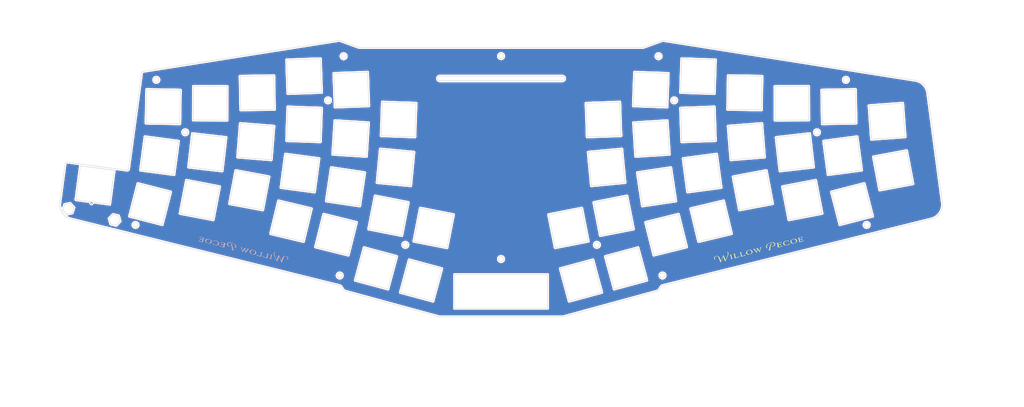
<source format=kicad_pcb>
(kicad_pcb (version 20171130) (host pcbnew "(5.1.9)-1")
  (layers (0 F.Cu signal) (31 B.Cu signal) (34 B.Paste user) (35 F.Paste user) (36 B.SilkS user) (37 F.SilkS user) (38 B.Mask user) (39 F.Mask user) (44 Edge.Cuts user))
  (net 0 "")
  (module willow:swedge_B_Mask (layer F.Cu) (at 8.128 59.436)
    (fp_text reference G*** hide)
    (fp_text value LOGO hide)
  )
  (module willow:swedge_F_Mask (layer F.Cu) (at 8.128 59.436)
    (fp_text reference G*** hide)
    (fp_text value LOGO hide)
  )
  (module willow:logo_s_F_Silk (layer B.Cu) (at -105 87 166)
    (fp_text reference G*** hide)
    (fp_text value LOGO hide)
  )
  (module willow:logo_s_F_Silk (layer F.Cu) (at 105 87 14)
    (fp_text reference G*** hide)
    (fp_text value LOGO hide)
  )
  (gr_line (start -159.665312 68.243848) (end -157.813847 54.366814) (layer Edge.Cuts) (width 0.2))
  (gr_line (start -173.542346 66.392384) (end -159.665312 68.243848) (layer Edge.Cuts) (width 0.2))
  (gr_line (start -171.690882 52.51535) (end -173.542346 66.392384) (layer Edge.Cuts) (width 0.2))
  (gr_line (start -157.813847 54.366814) (end -171.690882 52.51535) (layer Edge.Cuts) (width 0.2))
  (gr_circle (center 149.174815 76.653961) (end 150.274815 76.653961) (layer Edge.Cuts) (width 0.2))
  (gr_circle (center 65.848819 97.315762) (end 66.948819 97.315762) (layer Edge.Cuts) (width 0.2))
  (gr_line (start -157.02577 76.876076) (end -155.390033 75.165024) (layer Edge.Cuts) (width 0.2))
  (gr_line (start -159.325453 76.315012) (end -157.02577 76.876076) (layer Edge.Cuts) (width 0.2))
  (gr_line (start -159.989398 74.042896) (end -159.325453 76.315012) (layer Edge.Cuts) (width 0.2))
  (gr_line (start -158.353661 72.331844) (end -159.989398 74.042896) (layer Edge.Cuts) (width 0.2))
  (gr_line (start -156.053978 72.892909) (end -158.353661 72.331844) (layer Edge.Cuts) (width 0.2))
  (gr_line (start -155.390033 75.165024) (end -156.053978 72.892909) (layer Edge.Cuts) (width 0.2))
  (gr_line (start -174.982241 71.81073) (end -174.254243 69.55832) (layer Edge.Cuts) (width 0.2))
  (gr_line (start -177.296884 72.306471) (end -174.982241 71.81073) (layer Edge.Cuts) (width 0.2))
  (gr_line (start -178.88353 70.549802) (end -177.296884 72.306471) (layer Edge.Cuts) (width 0.2))
  (gr_line (start -178.155533 68.297391) (end -178.88353 70.549802) (layer Edge.Cuts) (width 0.2))
  (gr_line (start -175.840889 67.80165) (end -178.155533 68.297391) (layer Edge.Cuts) (width 0.2))
  (gr_line (start -174.254243 69.55832) (end -175.840889 67.80165) (layer Edge.Cuts) (width 0.2))
  (gr_circle (center 70.625548 25.768284) (end 71.725548 25.768284) (layer Edge.Cuts) (width 0.2))
  (gr_circle (center 39.081687 84.795215) (end 40.181687 84.795215) (layer Edge.Cuts) (width 0.2))
  (gr_circle (center 128.880312 38.811769) (end 129.980312 38.811769) (layer Edge.Cuts) (width 0.2))
  (gr_circle (center -0.017609 90.566828) (end 1.08239 90.566828) (layer Edge.Cuts) (width 0.2))
  (gr_circle (center 140.681811 17.370999) (end 141.781811 17.370999) (layer Edge.Cuts) (width 0.2))
  (gr_circle (center -149.174669 76.653961) (end -148.074669 76.653961) (layer Edge.Cuts) (width 0.2))
  (gr_circle (center -140.682293 17.370999) (end -139.582293 17.370999) (layer Edge.Cuts) (width 0.2))
  (gr_circle (center -0.000001 7.687715) (end 1.099998 7.687715) (layer Edge.Cuts) (width 0.2))
  (gr_circle (center -70.625546 25.768284) (end -69.525546 25.768284) (layer Edge.Cuts) (width 0.2))
  (gr_circle (center -39.081684 84.795215) (end -37.981684 84.795215) (layer Edge.Cuts) (width 0.2))
  (gr_circle (center -128.88031 38.811769) (end -127.78031 38.811769) (layer Edge.Cuts) (width 0.2))
  (gr_circle (center 64.24797 7.720803) (end 65.34797 7.720803) (layer Edge.Cuts) (width 0.2))
  (gr_circle (center -65.848672 97.315762) (end -64.748672 97.315762) (layer Edge.Cuts) (width 0.2))
  (gr_circle (center -64.24793 7.720803) (end -63.14793 7.720803) (layer Edge.Cuts) (width 0.2))
  (gr_line (start 18.99993 96.888875) (end 18.999999 110.748649) (layer Edge.Cuts) (width 0.2))
  (gr_line (start -18.999999 96.8889) (end 18.99993 96.888875) (layer Edge.Cuts) (width 0.2))
  (gr_line (start -18.99993 110.748675) (end -18.999999 96.8889) (layer Edge.Cuts) (width 0.2))
  (gr_line (start 18.999999 110.748649) (end -18.99993 110.748675) (layer Edge.Cuts) (width 0.2))
  (gr_curve (pts (xy 25.982401 16.813295) (xy 25.982401 17.365579) (xy 25.534686 17.813294) (xy 24.982402 17.813294)) (layer Edge.Cuts) (width 0.2))
  (gr_curve (pts (xy 25.982401 16.813293) (xy 25.982401 16.813293) (xy 25.982401 16.813295) (xy 25.982401 16.813295)) (layer Edge.Cuts) (width 0.2))
  (gr_curve (pts (xy 24.982402 15.813294) (xy 25.534686 15.813294) (xy 25.982401 16.261009) (xy 25.982401 16.813293)) (layer Edge.Cuts) (width 0.2))
  (gr_curve (pts (xy -25.017599 15.813294) (xy -25.017599 15.813294) (xy 24.982402 15.813294) (xy 24.982402 15.813294)) (layer Edge.Cuts) (width 0.2))
  (gr_curve (pts (xy -26.017598 16.813293) (xy -26.017598 16.261009) (xy -25.569883 15.813294) (xy -25.017599 15.813294)) (layer Edge.Cuts) (width 0.2))
  (gr_curve (pts (xy -26.017598 16.813295) (xy -26.017598 16.813295) (xy -26.017598 16.813293) (xy -26.017598 16.813293)) (layer Edge.Cuts) (width 0.2))
  (gr_curve (pts (xy -25.017599 17.813294) (xy -25.569883 17.813294) (xy -26.017598 17.365579) (xy -26.017598 16.813295)) (layer Edge.Cuts) (width 0.2))
  (gr_curve (pts (xy 24.982402 17.813294) (xy 24.982402 17.813294) (xy -25.017599 17.813294) (xy -25.017599 17.813294)) (layer Edge.Cuts) (width 0.2))
  (gr_line (start 151.086163 41.709943) (end 150.079375 27.88653) (layer Edge.Cuts) (width 0.2))
  (gr_line (start 164.909575 40.703155) (end 151.086163 41.709943) (layer Edge.Cuts) (width 0.2))
  (gr_line (start 163.902787 26.879743) (end 164.909575 40.703155) (layer Edge.Cuts) (width 0.2))
  (gr_line (start 150.079375 27.88653) (end 163.902787 26.879743) (layer Edge.Cuts) (width 0.2))
  (gr_line (start 154.448673 62.445147) (end 151.884489 48.824811) (layer Edge.Cuts) (width 0.2))
  (gr_line (start 168.069009 59.880963) (end 154.448673 62.445147) (layer Edge.Cuts) (width 0.2))
  (gr_line (start 165.504825 46.260627) (end 168.069009 59.880963) (layer Edge.Cuts) (width 0.2))
  (gr_line (start 151.884489 48.824811) (end 165.504825 46.260627) (layer Edge.Cuts) (width 0.2))
  (gr_line (start 40.448198 81.037292) (end 37.783734 67.436057) (layer Edge.Cuts) (width 0.2))
  (gr_line (start 54.049434 78.372828) (end 40.448198 81.037292) (layer Edge.Cuts) (width 0.2))
  (gr_line (start 51.38497 64.771592) (end 54.049434 78.372828) (layer Edge.Cuts) (width 0.2))
  (gr_line (start 37.783734 67.436057) (end 51.38497 64.771592) (layer Edge.Cuts) (width 0.2))
  (gr_line (start 35.093869 40.747064) (end 34.604871 26.896062) (layer Edge.Cuts) (width 0.2))
  (gr_line (start 48.944871 40.258066) (end 35.093869 40.747064) (layer Edge.Cuts) (width 0.2))
  (gr_line (start 48.455873 26.407064) (end 48.944871 40.258066) (layer Edge.Cuts) (width 0.2))
  (gr_line (start 34.604871 26.896062) (end 48.455873 26.407064) (layer Edge.Cuts) (width 0.2))
  (gr_line (start 36.805961 60.69952) (end 35.494691 46.90141) (layer Edge.Cuts) (width 0.2))
  (gr_line (start 50.604071 59.388249) (end 36.805961 60.69952) (layer Edge.Cuts) (width 0.2))
  (gr_line (start 49.2928 45.59014) (end 50.604071 59.388249) (layer Edge.Cuts) (width 0.2))
  (gr_line (start 35.494691 46.90141) (end 49.2928 45.59014) (layer Edge.Cuts) (width 0.2))
  (gr_line (start 32.946822 69.73842) (end 35.62121 83.337653) (layer Edge.Cuts) (width 0.2))
  (gr_line (start 19.34759 72.412808) (end 32.946822 69.73842) (layer Edge.Cuts) (width 0.2))
  (gr_line (start 22.021977 86.01204) (end 19.34759 72.412808) (layer Edge.Cuts) (width 0.2))
  (gr_line (start 35.62121 83.337653) (end 22.021977 86.01204) (layer Edge.Cuts) (width 0.2))
  (gr_line (start 27.729311 107.86313) (end 24.115252 94.482849) (layer Edge.Cuts) (width 0.2))
  (gr_line (start 41.109592 104.249071) (end 27.729311 107.86313) (layer Edge.Cuts) (width 0.2))
  (gr_line (start 37.495533 90.86879) (end 41.109592 104.249071) (layer Edge.Cuts) (width 0.2))
  (gr_line (start 24.115252 94.482849) (end 37.495533 90.86879) (layer Edge.Cuts) (width 0.2))
  (gr_line (start 46.119031 102.895962) (end 42.504943 89.51571) (layer Edge.Cuts) (width 0.2))
  (gr_line (start 59.499283 99.281874) (end 46.119031 102.895962) (layer Edge.Cuts) (width 0.2))
  (gr_line (start 55.885195 85.901622) (end 59.499283 99.281874) (layer Edge.Cuts) (width 0.2))
  (gr_line (start 42.504943 89.51571) (end 55.885195 85.901622) (layer Edge.Cuts) (width 0.2))
  (gr_line (start 138.205795 76.573241) (end 134.760529 63.147916) (layer Edge.Cuts) (width 0.2))
  (gr_line (start 151.631119 73.127976) (end 138.205795 76.573241) (layer Edge.Cuts) (width 0.2))
  (gr_line (start 148.185854 59.702651) (end 151.631119 73.127976) (layer Edge.Cuts) (width 0.2))
  (gr_line (start 134.760529 63.147916) (end 148.185854 59.702651) (layer Edge.Cuts) (width 0.2))
  (gr_line (start 133.391131 56.137343) (end 131.564783 42.397921) (layer Edge.Cuts) (width 0.2))
  (gr_line (start 147.130553 54.310995) (end 133.391131 56.137343) (layer Edge.Cuts) (width 0.2))
  (gr_line (start 145.304204 40.571573) (end 147.130553 54.310995) (layer Edge.Cuts) (width 0.2))
  (gr_line (start 131.564783 42.397921) (end 145.304204 40.571573) (layer Edge.Cuts) (width 0.2))
  (gr_line (start 131.03188 35.3852) (end 130.760501 21.528289) (layer Edge.Cuts) (width 0.2))
  (gr_line (start 144.888791 35.113822) (end 131.03188 35.3852) (layer Edge.Cuts) (width 0.2))
  (gr_line (start 144.617412 21.25691) (end 144.888791 35.113822) (layer Edge.Cuts) (width 0.2))
  (gr_line (start 130.760501 21.528289) (end 144.617412 21.25691) (layer Edge.Cuts) (width 0.2))
  (gr_line (start 76.075481 63.246954) (end 74.238351 49.509404) (layer Edge.Cuts) (width 0.2))
  (gr_line (start 89.813031 61.409824) (end 76.075481 63.246954) (layer Edge.Cuts) (width 0.2))
  (gr_line (start 87.975902 47.672274) (end 89.813031 61.409824) (layer Edge.Cuts) (width 0.2))
  (gr_line (start 74.238351 49.509404) (end 87.975902 47.672274) (layer Edge.Cuts) (width 0.2))
  (gr_line (start 117.387943 74.603902) (end 114.778956 60.991739) (layer Edge.Cuts) (width 0.2))
  (gr_line (start 131.000106 71.994915) (end 117.387943 74.603902) (layer Edge.Cuts) (width 0.2))
  (gr_line (start 128.39112 58.382752) (end 131.000106 71.994915) (layer Edge.Cuts) (width 0.2))
  (gr_line (start 114.778956 60.991739) (end 128.39112 58.382752) (layer Edge.Cuts) (width 0.2))
  (gr_line (start 80.559089 83.473685) (end 77.330384 69.99515) (layer Edge.Cuts) (width 0.2))
  (gr_line (start 94.037624 80.244981) (end 80.559089 83.473685) (layer Edge.Cuts) (width 0.2))
  (gr_line (start 90.808919 66.766445) (end 94.037624 80.244981) (layer Edge.Cuts) (width 0.2))
  (gr_line (start 77.330384 69.99515) (end 90.808919 66.766445) (layer Edge.Cuts) (width 0.2))
  (gr_line (start 62.285378 89.040189) (end 58.933431 75.591837) (layer Edge.Cuts) (width 0.2))
  (gr_line (start 75.733731 85.688242) (end 62.285378 89.040189) (layer Edge.Cuts) (width 0.2))
  (gr_line (start 72.381783 72.239889) (end 75.733731 85.688242) (layer Edge.Cuts) (width 0.2))
  (gr_line (start 58.933431 75.591837) (end 72.381783 72.239889) (layer Edge.Cuts) (width 0.2))
  (gr_line (start 53.904285 28.053946) (end 54.400846 14.202437) (layer Edge.Cuts) (width 0.2))
  (gr_line (start 67.755793 28.550507) (end 53.904285 28.053946) (layer Edge.Cuts) (width 0.2))
  (gr_line (start 68.252355 14.698999) (end 67.755793 28.550507) (layer Edge.Cuts) (width 0.2))
  (gr_line (start 54.400846 14.202437) (end 68.252355 14.698999) (layer Edge.Cuts) (width 0.2))
  (gr_line (start 54.869746 48.704539) (end 53.994223 34.873061) (layer Edge.Cuts) (width 0.2))
  (gr_line (start 68.701223 47.829016) (end 54.869746 48.704539) (layer Edge.Cuts) (width 0.2))
  (gr_line (start 67.8257 33.997539) (end 68.701223 47.829016) (layer Edge.Cuts) (width 0.2))
  (gr_line (start 53.994223 34.873061) (end 67.8257 33.997539) (layer Edge.Cuts) (width 0.2))
  (gr_line (start 69.271492 53.204013) (end 71.321805 66.91153) (layer Edge.Cuts) (width 0.2))
  (gr_line (start 55.563975 55.254325) (end 69.271492 53.204013) (layer Edge.Cuts) (width 0.2))
  (gr_line (start 57.614287 68.961843) (end 55.563975 55.254325) (layer Edge.Cuts) (width 0.2))
  (gr_line (start 71.321805 66.91153) (end 57.614287 68.961843) (layer Edge.Cuts) (width 0.2))
  (gr_line (start 92.387482 29.471929) (end 92.643344 15.614351) (layer Edge.Cuts) (width 0.2))
  (gr_line (start 106.24506 29.727791) (end 92.387482 29.471929) (layer Edge.Cuts) (width 0.2))
  (gr_line (start 106.500922 15.870214) (end 106.24506 29.727791) (layer Edge.Cuts) (width 0.2))
  (gr_line (start 92.643344 15.614351) (end 106.500922 15.870214) (layer Edge.Cuts) (width 0.2))
  (gr_line (start 93.705898 50.087128) (end 92.598017 36.271748) (layer Edge.Cuts) (width 0.2))
  (gr_line (start 107.521277 48.979247) (end 93.705898 50.087128) (layer Edge.Cuts) (width 0.2))
  (gr_line (start 106.413397 35.163868) (end 107.521277 48.979247) (layer Edge.Cuts) (width 0.2))
  (gr_line (start 92.598017 36.271748) (end 106.413397 35.163868) (layer Edge.Cuts) (width 0.2))
  (gr_line (start 97.191961 70.573536) (end 94.627776 56.953201) (layer Edge.Cuts) (width 0.2))
  (gr_line (start 110.812296 68.009351) (end 97.191961 70.573536) (layer Edge.Cuts) (width 0.2))
  (gr_line (start 108.248111 54.389016) (end 110.812296 68.009351) (layer Edge.Cuts) (width 0.2))
  (gr_line (start 94.627776 56.953201) (end 108.248111 54.389016) (layer Edge.Cuts) (width 0.2))
  (gr_line (start 113.747067 54.653917) (end 112.166903 40.884131) (layer Edge.Cuts) (width 0.2))
  (gr_line (start 127.516853 53.073754) (end 113.747067 54.653917) (layer Edge.Cuts) (width 0.2))
  (gr_line (start 125.93669 39.303967) (end 127.516853 53.073754) (layer Edge.Cuts) (width 0.2))
  (gr_line (start 112.166903 40.884131) (end 125.93669 39.303967) (layer Edge.Cuts) (width 0.2))
  (gr_line (start 111.745687 33.923389) (end 111.676669 20.063107) (layer Edge.Cuts) (width 0.2))
  (gr_line (start 125.605969 33.854371) (end 111.745687 33.923389) (layer Edge.Cuts) (width 0.2))
  (gr_line (start 125.536952 19.994089) (end 125.605969 33.854371) (layer Edge.Cuts) (width 0.2))
  (gr_line (start 111.676669 20.063107) (end 125.536952 19.994089) (layer Edge.Cuts) (width 0.2))
  (gr_line (start 73.177047 22.556741) (end 73.655442 8.704887) (layer Edge.Cuts) (width 0.2))
  (gr_line (start 87.028901 23.035137) (end 73.177047 22.556741) (layer Edge.Cuts) (width 0.2))
  (gr_line (start 87.507297 9.183282) (end 87.028901 23.035137) (layer Edge.Cuts) (width 0.2))
  (gr_line (start 73.655442 8.704887) (end 87.507297 9.183282) (layer Edge.Cuts) (width 0.2))
  (gr_line (start 73.668041 42.743609) (end 73.179044 28.892457) (layer Edge.Cuts) (width 0.2))
  (gr_line (start 87.519194 42.254612) (end 73.668041 42.743609) (layer Edge.Cuts) (width 0.2))
  (gr_line (start 87.030196 28.403459) (end 87.519194 42.254612) (layer Edge.Cuts) (width 0.2))
  (gr_line (start 73.179044 28.892457) (end 87.030196 28.403459) (layer Edge.Cuts) (width 0.2))
  (gr_line (start -40.48721 81.037292) (end -37.822746 67.436057) (layer Edge.Cuts) (width 0.2))
  (gr_line (start -54.088446 78.372828) (end -40.48721 81.037292) (layer Edge.Cuts) (width 0.2))
  (gr_line (start -51.423981 64.771592) (end -54.088446 78.372828) (layer Edge.Cuts) (width 0.2))
  (gr_line (start -37.822746 67.436057) (end -51.423981 64.771592) (layer Edge.Cuts) (width 0.2))
  (gr_line (start -35.132811 40.747139) (end -34.643807 26.895993) (layer Edge.Cuts) (width 0.2))
  (gr_line (start -48.983957 40.258136) (end -35.132811 40.747139) (layer Edge.Cuts) (width 0.2))
  (gr_line (start -48.494954 26.406989) (end -48.983957 40.258136) (layer Edge.Cuts) (width 0.2))
  (gr_line (start -34.643807 26.895993) (end -48.494954 26.406989) (layer Edge.Cuts) (width 0.2))
  (gr_line (start -36.844973 60.69952) (end -35.533702 46.90141) (layer Edge.Cuts) (width 0.2))
  (gr_line (start -50.643082 59.388249) (end -36.844973 60.69952) (layer Edge.Cuts) (width 0.2))
  (gr_line (start -49.331812 45.59014) (end -50.643082 59.388249) (layer Edge.Cuts) (width 0.2))
  (gr_line (start -35.533702 46.90141) (end -49.331812 45.59014) (layer Edge.Cuts) (width 0.2))
  (gr_line (start -32.985834 69.73842) (end -35.660221 83.337653) (layer Edge.Cuts) (width 0.2))
  (gr_line (start -19.386601 72.412808) (end -32.985834 69.73842) (layer Edge.Cuts) (width 0.2))
  (gr_line (start -22.060989 86.01204) (end -19.386601 72.412808) (layer Edge.Cuts) (width 0.2))
  (gr_line (start -35.660221 83.337653) (end -22.060989 86.01204) (layer Edge.Cuts) (width 0.2))
  (gr_line (start -27.768323 107.86313) (end -24.154264 94.482849) (layer Edge.Cuts) (width 0.2))
  (gr_line (start -41.148604 104.249071) (end -27.768323 107.86313) (layer Edge.Cuts) (width 0.2))
  (gr_line (start -37.534545 90.86879) (end -41.148604 104.249071) (layer Edge.Cuts) (width 0.2))
  (gr_line (start -24.154264 94.482849) (end -37.534545 90.86879) (layer Edge.Cuts) (width 0.2))
  (gr_line (start -46.158042 102.895962) (end -42.543954 89.51571) (layer Edge.Cuts) (width 0.2))
  (gr_line (start -59.538294 99.281874) (end -46.158042 102.895962) (layer Edge.Cuts) (width 0.2))
  (gr_line (start -55.924206 85.901622) (end -59.538294 99.281874) (layer Edge.Cuts) (width 0.2))
  (gr_line (start -42.543954 89.51571) (end -55.924206 85.901622) (layer Edge.Cuts) (width 0.2))
  (gr_line (start -138.244806 76.573241) (end -134.799541 63.147916) (layer Edge.Cuts) (width 0.2))
  (gr_line (start -151.670131 73.127976) (end -138.244806 76.573241) (layer Edge.Cuts) (width 0.2))
  (gr_line (start -148.224866 59.702651) (end -151.670131 73.127976) (layer Edge.Cuts) (width 0.2))
  (gr_line (start -134.799541 63.147916) (end -148.224866 59.702651) (layer Edge.Cuts) (width 0.2))
  (gr_line (start -133.430143 56.137343) (end -131.603794 42.397921) (layer Edge.Cuts) (width 0.2))
  (gr_line (start -147.169564 54.310995) (end -133.430143 56.137343) (layer Edge.Cuts) (width 0.2))
  (gr_line (start -145.343216 40.571573) (end -147.169564 54.310995) (layer Edge.Cuts) (width 0.2))
  (gr_line (start -131.603794 42.397921) (end -145.343216 40.571573) (layer Edge.Cuts) (width 0.2))
  (gr_line (start -131.070891 35.3852) (end -130.799512 21.528289) (layer Edge.Cuts) (width 0.2))
  (gr_line (start -144.927802 35.113822) (end -131.070891 35.3852) (layer Edge.Cuts) (width 0.2))
  (gr_line (start -144.656424 21.25691) (end -144.927802 35.113822) (layer Edge.Cuts) (width 0.2))
  (gr_line (start -130.799512 21.528289) (end -144.656424 21.25691) (layer Edge.Cuts) (width 0.2))
  (gr_line (start -76.114493 63.246954) (end -74.277363 49.509404) (layer Edge.Cuts) (width 0.2))
  (gr_line (start -89.852043 61.409824) (end -76.114493 63.246954) (layer Edge.Cuts) (width 0.2))
  (gr_line (start -88.014913 47.672274) (end -89.852043 61.409824) (layer Edge.Cuts) (width 0.2))
  (gr_line (start -74.277363 49.509404) (end -88.014913 47.672274) (layer Edge.Cuts) (width 0.2))
  (gr_line (start -117.426955 74.603902) (end -114.817968 60.991739) (layer Edge.Cuts) (width 0.2))
  (gr_line (start -131.039118 71.994915) (end -117.426955 74.603902) (layer Edge.Cuts) (width 0.2))
  (gr_line (start -128.430131 58.382752) (end -131.039118 71.994915) (layer Edge.Cuts) (width 0.2))
  (gr_line (start -114.817968 60.991739) (end -128.430131 58.382752) (layer Edge.Cuts) (width 0.2))
  (gr_line (start -80.5981 83.473685) (end -77.369395 69.99515) (layer Edge.Cuts) (width 0.2))
  (gr_line (start -94.076635 80.244981) (end -80.5981 83.473685) (layer Edge.Cuts) (width 0.2))
  (gr_line (start -90.84793 66.766445) (end -94.076635 80.244981) (layer Edge.Cuts) (width 0.2))
  (gr_line (start -77.369395 69.99515) (end -90.84793 66.766445) (layer Edge.Cuts) (width 0.2))
  (gr_line (start -62.32439 89.040189) (end -58.972442 75.591837) (layer Edge.Cuts) (width 0.2))
  (gr_line (start -75.772742 85.688242) (end -62.32439 89.040189) (layer Edge.Cuts) (width 0.2))
  (gr_line (start -72.420794 72.239889) (end -75.772742 85.688242) (layer Edge.Cuts) (width 0.2))
  (gr_line (start -58.972442 75.591837) (end -72.420794 72.239889) (layer Edge.Cuts) (width 0.2))
  (gr_line (start -53.943296 28.053946) (end -54.439858 14.202437) (layer Edge.Cuts) (width 0.2))
  (gr_line (start -67.794805 28.550507) (end -53.943296 28.053946) (layer Edge.Cuts) (width 0.2))
  (gr_line (start -68.291366 14.698999) (end -67.794805 28.550507) (layer Edge.Cuts) (width 0.2))
  (gr_line (start -54.439858 14.202437) (end -68.291366 14.698999) (layer Edge.Cuts) (width 0.2))
  (gr_line (start -54.908563 48.704759) (end -54.033015 34.872867) (layer Edge.Cuts) (width 0.2))
  (gr_line (start -68.740455 47.82921) (end -54.908563 48.704759) (layer Edge.Cuts) (width 0.2))
  (gr_line (start -67.864906 33.997319) (end -68.740455 47.82921) (layer Edge.Cuts) (width 0.2))
  (gr_line (start -54.033015 34.872867) (end -67.864906 33.997319) (layer Edge.Cuts) (width 0.2))
  (gr_line (start -69.310504 53.204013) (end -71.360816 66.91153) (layer Edge.Cuts) (width 0.2))
  (gr_line (start -55.602986 55.254325) (end -69.310504 53.204013) (layer Edge.Cuts) (width 0.2))
  (gr_line (start -57.653299 68.961843) (end -55.602986 55.254325) (layer Edge.Cuts) (width 0.2))
  (gr_line (start -71.360816 66.91153) (end -57.653299 68.961843) (layer Edge.Cuts) (width 0.2))
  (gr_line (start -92.426494 29.471929) (end -92.682356 15.614351) (layer Edge.Cuts) (width 0.2))
  (gr_line (start -106.284071 29.727791) (end -92.426494 29.471929) (layer Edge.Cuts) (width 0.2))
  (gr_line (start -106.539934 15.870214) (end -106.284071 29.727791) (layer Edge.Cuts) (width 0.2))
  (gr_line (start -92.682356 15.614351) (end -106.539934 15.870214) (layer Edge.Cuts) (width 0.2))
  (gr_line (start -93.744909 50.087128) (end -92.637029 36.271748) (layer Edge.Cuts) (width 0.2))
  (gr_line (start -107.560289 48.979247) (end -93.744909 50.087128) (layer Edge.Cuts) (width 0.2))
  (gr_line (start -106.452408 35.163868) (end -107.560289 48.979247) (layer Edge.Cuts) (width 0.2))
  (gr_line (start -92.637029 36.271748) (end -106.452408 35.163868) (layer Edge.Cuts) (width 0.2))
  (gr_line (start -97.230972 70.573536) (end -94.666787 56.953201) (layer Edge.Cuts) (width 0.2))
  (gr_line (start -110.851307 68.009351) (end -97.230972 70.573536) (layer Edge.Cuts) (width 0.2))
  (gr_line (start -108.287122 54.389016) (end -110.851307 68.009351) (layer Edge.Cuts) (width 0.2))
  (gr_line (start -94.666787 56.953201) (end -108.287122 54.389016) (layer Edge.Cuts) (width 0.2))
  (gr_line (start -113.786079 54.653917) (end -112.205915 40.884131) (layer Edge.Cuts) (width 0.2))
  (gr_line (start -127.555865 53.073754) (end -113.786079 54.653917) (layer Edge.Cuts) (width 0.2))
  (gr_line (start -125.975701 39.303967) (end -127.555865 53.073754) (layer Edge.Cuts) (width 0.2))
  (gr_line (start -112.205915 40.884131) (end -125.975701 39.303967) (layer Edge.Cuts) (width 0.2))
  (gr_line (start -111.784699 33.923389) (end -111.715681 20.063107) (layer Edge.Cuts) (width 0.2))
  (gr_line (start -125.644981 33.854371) (end -111.784699 33.923389) (layer Edge.Cuts) (width 0.2))
  (gr_line (start -125.575963 19.994089) (end -125.644981 33.854371) (layer Edge.Cuts) (width 0.2))
  (gr_line (start -111.715681 20.063107) (end -125.575963 19.994089) (layer Edge.Cuts) (width 0.2))
  (gr_line (start -73.216058 22.556741) (end -73.694454 8.704887) (layer Edge.Cuts) (width 0.2))
  (gr_line (start -87.067913 23.035137) (end -73.216058 22.556741) (layer Edge.Cuts) (width 0.2))
  (gr_line (start -87.546308 9.183282) (end -87.067913 23.035137) (layer Edge.Cuts) (width 0.2))
  (gr_line (start -73.694454 8.704887) (end -87.546308 9.183282) (layer Edge.Cuts) (width 0.2))
  (gr_line (start -73.707053 42.743609) (end -73.218056 28.892457) (layer Edge.Cuts) (width 0.2))
  (gr_line (start -87.558206 42.254612) (end -73.707053 42.743609) (layer Edge.Cuts) (width 0.2))
  (gr_line (start -87.069208 28.403459) (end -87.558206 42.254612) (layer Edge.Cuts) (width 0.2))
  (gr_line (start -73.218056 28.892457) (end -87.069208 28.403459) (layer Edge.Cuts) (width 0.2))
  (gr_curve (pts (xy 175.493056 74.204794) (xy 178.460467 73.468405) (xy 180.399582 70.61845) (xy 179.995214 67.587885)) (layer Edge.Cuts) (width 0.2))
  (gr_curve (pts (xy 65.893243 101.403392) (xy 65.893243 101.403392) (xy 175.493056 74.204794) (xy 175.493056 74.204794)) (layer Edge.Cuts) (width 0.2))
  (gr_curve (pts (xy 65.310569 101.806684) (xy 65.449062 101.605641) (xy 65.656306 101.462174) (xy 65.893243 101.403392)) (layer Edge.Cuts) (width 0.2))
  (gr_curve (pts (xy 64.323223 103.240097) (xy 64.323223 103.240097) (xy 65.310569 101.806684) (xy 65.310569 101.806684)) (layer Edge.Cuts) (width 0.2))
  (gr_curve (pts (xy 63.763054 103.637537) (xy 63.990843 103.575346) (xy 64.189278 103.434556) (xy 64.323223 103.240097)) (layer Edge.Cuts) (width 0.2))
  (gr_curve (pts (xy 25.362362 114.121673) (xy 25.362362 114.121673) (xy 63.763054 103.637537) (xy 63.763054 103.637537)) (layer Edge.Cuts) (width 0.2))
  (gr_curve (pts (xy 25.104066 114.155607) (xy 25.19127 114.155607) (xy 25.278108 114.144195) (xy 25.362362 114.121673)) (layer Edge.Cuts) (width 0.2))
  (gr_curve (pts (xy 0 114.155607) (xy 0 114.155607) (xy 25.104066 114.155607) (xy 25.104066 114.155607)) (layer Edge.Cuts) (width 0.2))
  (gr_curve (pts (xy -25.104066 114.155607) (xy -25.104066 114.155607) (xy 0 114.155607) (xy 0 114.155607)) (layer Edge.Cuts) (width 0.2))
  (gr_curve (pts (xy -25.362362 114.121673) (xy -25.278108 114.144195) (xy -25.19127 114.155607) (xy -25.104066 114.155607)) (layer Edge.Cuts) (width 0.2))
  (gr_curve (pts (xy -63.763054 103.637537) (xy -63.763054 103.637537) (xy -25.362362 114.121673) (xy -25.362362 114.121673)) (layer Edge.Cuts) (width 0.2))
  (gr_curve (pts (xy -64.323223 103.240097) (xy -64.189278 103.434556) (xy -63.990843 103.575346) (xy -63.763054 103.637537)) (layer Edge.Cuts) (width 0.2))
  (gr_curve (pts (xy -65.310569 101.806684) (xy -65.310569 101.806684) (xy -64.323223 103.240097) (xy -64.323223 103.240097)) (layer Edge.Cuts) (width 0.2))
  (gr_curve (pts (xy -65.893243 101.403392) (xy -65.656306 101.462174) (xy -65.449062 101.605641) (xy -65.310569 101.806684)) (layer Edge.Cuts) (width 0.2))
  (gr_curve (pts (xy -175.493056 74.204794) (xy -175.493056 74.204794) (xy -65.893243 101.403392) (xy -65.893243 101.403392)) (layer Edge.Cuts) (width 0.2))
  (gr_curve (pts (xy -179.995214 67.587885) (xy -180.399582 70.61845) (xy -178.460467 73.468405) (xy -175.493056 74.204794)) (layer Edge.Cuts) (width 0.2))
  (gr_curve (pts (xy -177.850492 51.514043) (xy -177.850492 51.514043) (xy -179.995214 67.587885) (xy -179.995214 67.587885)) (layer Edge.Cuts) (width 0.2))
  (gr_curve (pts (xy -177.175348 50.99881) (xy -177.504144 50.954343) (xy -177.806611 51.185169) (xy -177.850492 51.514043)) (layer Edge.Cuts) (width 0.2))
  (gr_curve (pts (xy -152.636382 54.317557) (xy -152.636382 54.317557) (xy -177.175348 50.99881) (xy -177.175348 50.99881)) (layer Edge.Cuts) (width 0.2))
  (gr_curve (pts (xy -151.961381 53.803384) (xy -152.005793 54.131766) (xy -152.308001 54.361968) (xy -152.636382 54.317557)) (layer Edge.Cuts) (width 0.2))
  (gr_curve (pts (xy -146.64513 14.494804) (xy -146.64513 14.494804) (xy -151.961381 53.803384) (xy -151.961381 53.803384)) (layer Edge.Cuts) (width 0.2))
  (gr_curve (pts (xy -146.144404 13.982605) (xy -146.406096 14.024053) (xy -146.60962 14.23224) (xy -146.64513 14.494804)) (layer Edge.Cuts) (width 0.2))
  (gr_curve (pts (xy -66.451865 1.360554) (xy -66.451865 1.360554) (xy -146.144404 13.982605) (xy -146.144404 13.982605)) (layer Edge.Cuts) (width 0.2))
  (gr_curve (pts (xy -65.454058 1.462163) (xy -65.772772 1.345955) (xy -66.116765 1.307672) (xy -66.451865 1.360554)) (layer Edge.Cuts) (width 0.2))
  (gr_curve (pts (xy -58.323722 4.061939) (xy -58.323722 4.061939) (xy -65.454058 1.462163) (xy -65.454058 1.462163)) (layer Edge.Cuts) (width 0.2))
  (gr_curve (pts (xy -57.638696 4.182927) (xy -57.872352 4.182927) (xy -58.104201 4.141978) (xy -58.323722 4.061939)) (layer Edge.Cuts) (width 0.2))
  (gr_curve (pts (xy 0 4.182927) (xy 0 4.182927) (xy -57.638696 4.182927) (xy -57.638696 4.182927)) (layer Edge.Cuts) (width 0.2))
  (gr_curve (pts (xy 57.638696 4.182927) (xy 57.638696 4.182927) (xy 0 4.182927) (xy 0 4.182927)) (layer Edge.Cuts) (width 0.2))
  (gr_curve (pts (xy 58.323722 4.061939) (xy 58.104201 4.141978) (xy 57.872352 4.182927) (xy 57.638696 4.182927)) (layer Edge.Cuts) (width 0.2))
  (gr_curve (pts (xy 65.454058 1.462163) (xy 65.454058 1.462163) (xy 58.323722 4.061939) (xy 58.323722 4.061939)) (layer Edge.Cuts) (width 0.2))
  (gr_curve (pts (xy 66.451865 1.360554) (xy 66.116765 1.307672) (xy 65.772772 1.345955) (xy 65.454058 1.462163)) (layer Edge.Cuts) (width 0.2))
  (gr_curve (pts (xy 169.001915 17.602866) (xy 169.001915 17.602866) (xy 66.451865 1.360554) (xy 66.451865 1.360554)) (layer Edge.Cuts) (width 0.2))
  (gr_curve (pts (xy 174.010588 22.735455) (xy 173.659662 20.105275) (xy 171.622728 18.017978) (xy 169.001915 17.602866)) (layer Edge.Cuts) (width 0.2))
  (gr_curve (pts (xy 179.995214 67.587885) (xy 179.995214 67.587885) (xy 174.010588 22.735455) (xy 174.010588 22.735455)) (layer Edge.Cuts) (width 0.2))
  (via (at -167.132 67.818) (size 0.8) (drill 0.4) (layers F.Cu B.Cu) (net 0))
  (zone (net 0) (net_name "") (layer F.Cu) (connect_pads (clearance 0.508)) (min_thickness 0.254) (fill yes (arc_segments 32) (thermal_gap 0.508) (thermal_bridge_width 0.508))
    (polygon (pts (xy 213.36 138.43) (xy -185.42 135.89) (xy -185.42 -8.89) (xy 205.74 -12.7)))
  )
  (zone (net 0) (net_name "") (layer B.Cu) (connect_pads (clearance 0.508)) (min_thickness 0.254) (fill yes (arc_segments 32) (thermal_gap 0.508) (thermal_bridge_width 0.508))
    (polygon (pts (xy 208.28 138.43) (xy -204.47 151.13) (xy -196.85 -10.16) (xy 196.85 -15.24)))
  )
)
</source>
